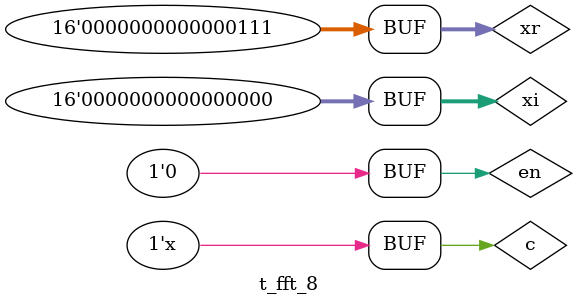
<source format=v>
`timescale 1ns / 1ps

module t_fft_8;

	// Inputs
	reg signed [0:15] xr;
	reg signed [0:15] xi;
	reg c;
	reg en;

	// Outputs
	wire [0:15] X1r;
	wire [0:15] X1i;
	wire [0:15] X2r;
	wire [0:15] X2i;

	// Instantiate the Unit Under Test (UUT)
	processor uut (
		.xr(xr),
		.xi(xi),
		.c(c),
		.en(en),
		.X1r(X1r), 
		.X1i(X1i),
		.X2r(X2r), 
		.X2i(X2i)

	);

	initial begin
		// Initialize Inputs
		xr = 0;
		xi = 0;
	//	c = 0;
		en = 0;

		// Wait 100 ns for global reset to finish
		#105;
		en =1;
		
      c = 1;
		#5;
		xr = 16'd0;
		#10;		
		xr = 16'd1;
		#10;
		xr = 16'd2;
		#10;
		xr = 16'd3;
		#10;
		xr = 16'd4;
		#10;
		xr = 16'd5;
		#10;
		xr = 16'd6;
		#10;
		xr = 16'd7;
		#10;
		en = 0;
	end
    
	always #5 c=~c;
	 
endmodule


</source>
